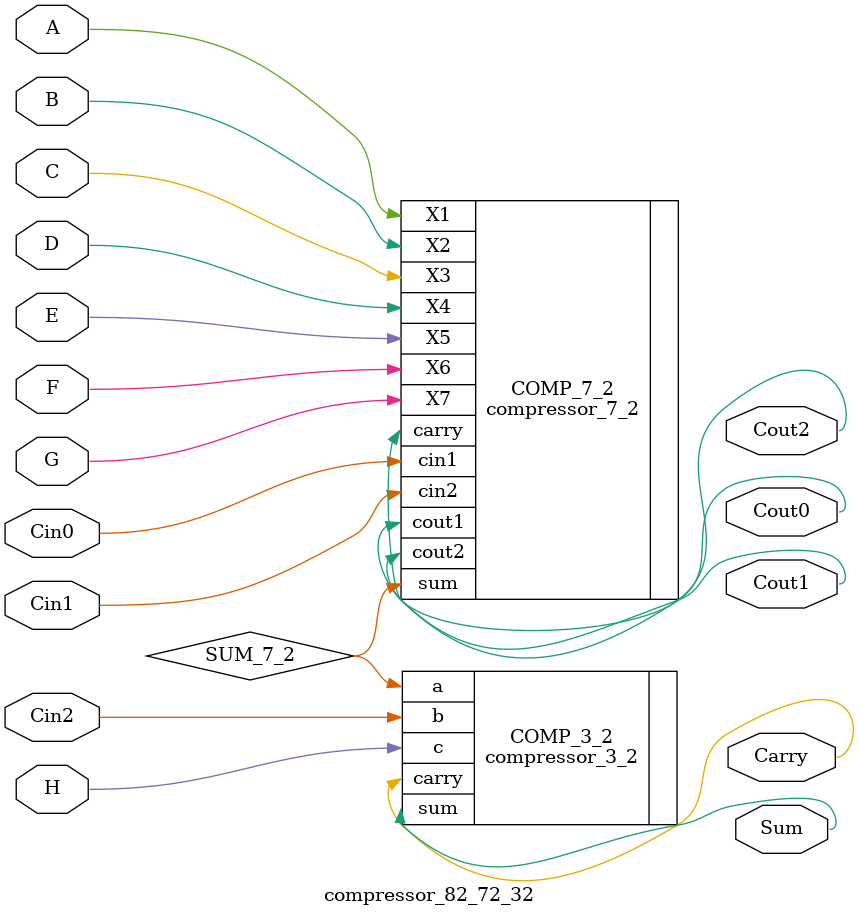
<source format=v>
`timescale 1ns / 1ps
module compressor_82_72_32(A,B,C,D,E,F,G,H,Cin0,Cin1,Cin2,
                           Sum,Carry,Cout0,Cout1,Cout2);

 input	A;
 input	B;
 input	C;
 input	D;
 input	E;
 input	F;
 input	G;
 input	H;
 input	Cin0;				//carry input
 input	Cin1;				//carry input
 input	Cin2;				//carry input
 
 output	Sum;
 output	Carry;
 output	Cout0;				//carry output
 output	Cout1;				//carry output
 output	Cout2;				//carry output
 
 
compressor_7_2 COMP_7_2(
					   .X1		(A),
					   .X2		(B),
					   .X3		(C),
					   .X4		(D),
					   .X5		(E),
					   .X6		(F),
					   .X7		(G),
					   .cin1	(Cin0),
                       .cin2	(Cin1),
					   .sum	    (SUM_7_2),
					   .carry	(Cout2),
					   .cout1	(Cout0),
					   .cout2	(Cout1)
					  ); 

compressor_3_2 COMP_3_2(
					    .a		(SUM_7_2),
					    .b		(Cin2),
					    .c		(H),
					    .sum	(Sum),
					    .carry	(Carry)
					   );

endmodule //compressor_82_72_32
</source>
